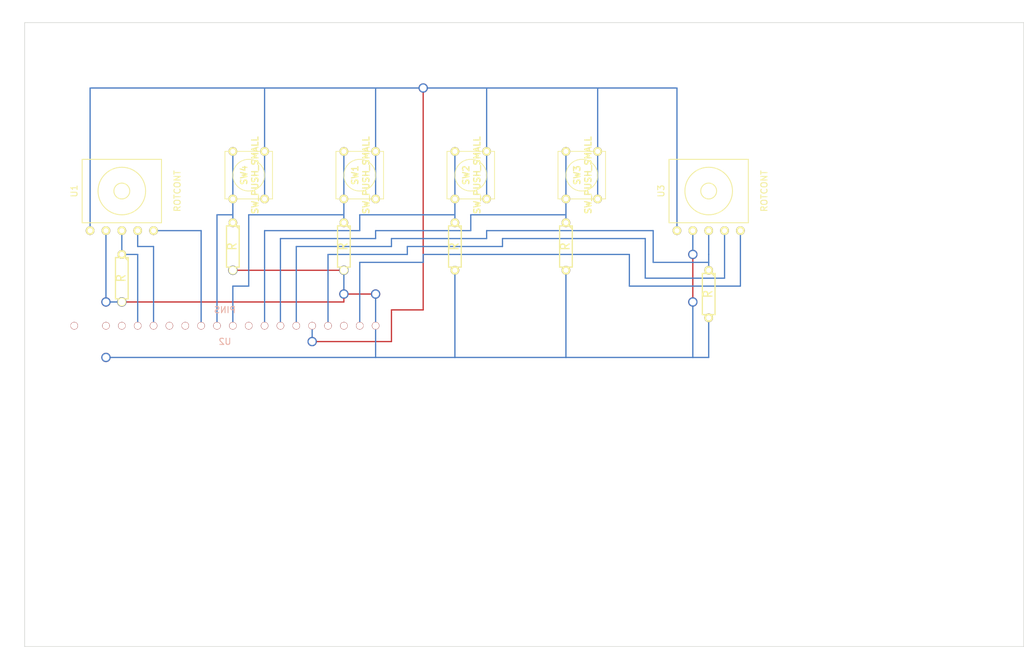
<source format=kicad_pcb>
(kicad_pcb (version 3) (host pcbnew "(22-Jun-2014 BZR 4027)-stable")

  (general
    (links 38)
    (no_connects 0)
    (area 16.201429 16.28 180.050001 120.050001)
    (thickness 1.6)
    (drawings 19)
    (tracks 115)
    (zones 0)
    (modules 13)
    (nets 13)
  )

  (page A3)
  (layers
    (15 F.Cu signal)
    (0 B.Cu signal)
    (16 B.Adhes user)
    (17 F.Adhes user)
    (18 B.Paste user)
    (19 F.Paste user)
    (20 B.SilkS user)
    (21 F.SilkS user)
    (22 B.Mask user)
    (23 F.Mask user)
    (24 Dwgs.User user)
    (25 Cmts.User user)
    (26 Eco1.User user)
    (27 Eco2.User user)
    (28 Edge.Cuts user)
  )

  (setup
    (last_trace_width 0.2)
    (trace_clearance 0.2)
    (zone_clearance 0.508)
    (zone_45_only no)
    (trace_min 0.2)
    (segment_width 0.2)
    (edge_width 0.1)
    (via_size 1.5)
    (via_drill 1.1)
    (via_min_size 0.889)
    (via_min_drill 0.508)
    (uvia_size 0.508)
    (uvia_drill 0.127)
    (uvias_allowed no)
    (uvia_min_size 0.508)
    (uvia_min_drill 0.127)
    (pcb_text_width 0.3)
    (pcb_text_size 1.5 1.5)
    (mod_edge_width 0.15)
    (mod_text_size 1 1)
    (mod_text_width 0.15)
    (pad_size 1.2 1.2)
    (pad_drill 1)
    (pad_to_mask_clearance 0)
    (aux_axis_origin 0 0)
    (visible_elements 7FFFFFFF)
    (pcbplotparams
      (layerselection 3178497)
      (usegerberextensions true)
      (excludeedgelayer true)
      (linewidth 0.150000)
      (plotframeref false)
      (viasonmask false)
      (mode 1)
      (useauxorigin false)
      (hpglpennumber 1)
      (hpglpenspeed 20)
      (hpglpendiameter 15)
      (hpglpenoverlay 2)
      (psnegative false)
      (psa4output false)
      (plotreference true)
      (plotvalue true)
      (plotothertext true)
      (plotinvisibletext false)
      (padsonsilk false)
      (subtractmaskfromsilk false)
      (outputformat 1)
      (mirror false)
      (drillshape 1)
      (scaleselection 1)
      (outputdirectory ""))
  )

  (net 0 "")
  (net 1 +3.3V)
  (net 2 GND)
  (net 3 N-000001)
  (net 4 N-0000010)
  (net 5 N-0000015)
  (net 6 N-000002)
  (net 7 N-000003)
  (net 8 N-000005)
  (net 9 N-000006)
  (net 10 N-000007)
  (net 11 N-000008)
  (net 12 N-000009)

  (net_class Default "Dies ist die voreingestellte Netzklasse."
    (clearance 0.2)
    (trace_width 0.2)
    (via_dia 1.5)
    (via_drill 1.1)
    (uvia_dia 0.508)
    (uvia_drill 0.127)
    (add_net "")
    (add_net +3.3V)
    (add_net GND)
    (add_net N-000001)
    (add_net N-0000010)
    (add_net N-0000015)
    (add_net N-000002)
    (add_net N-000003)
    (add_net N-000005)
    (add_net N-000006)
    (add_net N-000007)
    (add_net N-000008)
    (add_net N-000009)
  )

  (module SW_PUSH_SMALL (layer F.Cu) (tedit 46544DB3) (tstamp 57A60DCE)
    (at 73.66 44.45 90)
    (path /57A60481)
    (fp_text reference SW1 (at 0 -0.762 90) (layer F.SilkS)
      (effects (font (size 1.016 1.016) (thickness 0.2032)))
    )
    (fp_text value SW_PUSH_SMALL (at 0 1.016 90) (layer F.SilkS)
      (effects (font (size 1.016 1.016) (thickness 0.2032)))
    )
    (fp_circle (center 0 0) (end 0 -2.54) (layer F.SilkS) (width 0.127))
    (fp_line (start -3.81 -3.81) (end 3.81 -3.81) (layer F.SilkS) (width 0.127))
    (fp_line (start 3.81 -3.81) (end 3.81 3.81) (layer F.SilkS) (width 0.127))
    (fp_line (start 3.81 3.81) (end -3.81 3.81) (layer F.SilkS) (width 0.127))
    (fp_line (start -3.81 -3.81) (end -3.81 3.81) (layer F.SilkS) (width 0.127))
    (pad 1 thru_hole circle (at 3.81 -2.54 90) (size 1.397 1.397) (drill 0.8128)
      (layers *.Cu *.Mask F.SilkS)
      (net 10 N-000007)
    )
    (pad 2 thru_hole circle (at 3.81 2.54 90) (size 1.397 1.397) (drill 0.8128)
      (layers *.Cu *.Mask F.SilkS)
      (net 2 GND)
    )
    (pad 1 thru_hole circle (at -3.81 -2.54 90) (size 1.397 1.397) (drill 0.8128)
      (layers *.Cu *.Mask F.SilkS)
      (net 10 N-000007)
    )
    (pad 2 thru_hole circle (at -3.81 2.54 90) (size 1.397 1.397) (drill 0.8128)
      (layers *.Cu *.Mask F.SilkS)
      (net 2 GND)
    )
  )

  (module SW_PUSH_SMALL (layer F.Cu) (tedit 46544DB3) (tstamp 57A60DDB)
    (at 91.44 44.45 90)
    (path /57A60490)
    (fp_text reference SW2 (at 0 -0.762 90) (layer F.SilkS)
      (effects (font (size 1.016 1.016) (thickness 0.2032)))
    )
    (fp_text value SW_PUSH_SMALL (at 0 1.016 90) (layer F.SilkS)
      (effects (font (size 1.016 1.016) (thickness 0.2032)))
    )
    (fp_circle (center 0 0) (end 0 -2.54) (layer F.SilkS) (width 0.127))
    (fp_line (start -3.81 -3.81) (end 3.81 -3.81) (layer F.SilkS) (width 0.127))
    (fp_line (start 3.81 -3.81) (end 3.81 3.81) (layer F.SilkS) (width 0.127))
    (fp_line (start 3.81 3.81) (end -3.81 3.81) (layer F.SilkS) (width 0.127))
    (fp_line (start -3.81 -3.81) (end -3.81 3.81) (layer F.SilkS) (width 0.127))
    (pad 1 thru_hole circle (at 3.81 -2.54 90) (size 1.397 1.397) (drill 0.8128)
      (layers *.Cu *.Mask F.SilkS)
      (net 11 N-000008)
    )
    (pad 2 thru_hole circle (at 3.81 2.54 90) (size 1.397 1.397) (drill 0.8128)
      (layers *.Cu *.Mask F.SilkS)
      (net 2 GND)
    )
    (pad 1 thru_hole circle (at -3.81 -2.54 90) (size 1.397 1.397) (drill 0.8128)
      (layers *.Cu *.Mask F.SilkS)
      (net 11 N-000008)
    )
    (pad 2 thru_hole circle (at -3.81 2.54 90) (size 1.397 1.397) (drill 0.8128)
      (layers *.Cu *.Mask F.SilkS)
      (net 2 GND)
    )
  )

  (module SW_PUSH_SMALL (layer F.Cu) (tedit 46544DB3) (tstamp 57A60FEF)
    (at 109.22 44.45 90)
    (path /57A6049F)
    (fp_text reference SW3 (at 0 -0.762 90) (layer F.SilkS)
      (effects (font (size 1.016 1.016) (thickness 0.2032)))
    )
    (fp_text value SW_PUSH_SMALL (at 0 1.016 90) (layer F.SilkS)
      (effects (font (size 1.016 1.016) (thickness 0.2032)))
    )
    (fp_circle (center 0 0) (end 0 -2.54) (layer F.SilkS) (width 0.127))
    (fp_line (start -3.81 -3.81) (end 3.81 -3.81) (layer F.SilkS) (width 0.127))
    (fp_line (start 3.81 -3.81) (end 3.81 3.81) (layer F.SilkS) (width 0.127))
    (fp_line (start 3.81 3.81) (end -3.81 3.81) (layer F.SilkS) (width 0.127))
    (fp_line (start -3.81 -3.81) (end -3.81 3.81) (layer F.SilkS) (width 0.127))
    (pad 1 thru_hole circle (at 3.81 -2.54 90) (size 1.397 1.397) (drill 0.8128)
      (layers *.Cu *.Mask F.SilkS)
      (net 12 N-000009)
    )
    (pad 2 thru_hole circle (at 3.81 2.54 90) (size 1.397 1.397) (drill 0.8128)
      (layers *.Cu *.Mask F.SilkS)
      (net 2 GND)
    )
    (pad 1 thru_hole circle (at -3.81 -2.54 90) (size 1.397 1.397) (drill 0.8128)
      (layers *.Cu *.Mask F.SilkS)
      (net 12 N-000009)
    )
    (pad 2 thru_hole circle (at -3.81 2.54 90) (size 1.397 1.397) (drill 0.8128)
      (layers *.Cu *.Mask F.SilkS)
      (net 2 GND)
    )
  )

  (module SW_PUSH_SMALL (layer F.Cu) (tedit 46544DB3) (tstamp 57A60DF5)
    (at 55.88 44.45 90)
    (path /57A604AE)
    (fp_text reference SW4 (at 0 -0.762 90) (layer F.SilkS)
      (effects (font (size 1.016 1.016) (thickness 0.2032)))
    )
    (fp_text value SW_PUSH_SMALL (at 0 1.016 90) (layer F.SilkS)
      (effects (font (size 1.016 1.016) (thickness 0.2032)))
    )
    (fp_circle (center 0 0) (end 0 -2.54) (layer F.SilkS) (width 0.127))
    (fp_line (start -3.81 -3.81) (end 3.81 -3.81) (layer F.SilkS) (width 0.127))
    (fp_line (start 3.81 -3.81) (end 3.81 3.81) (layer F.SilkS) (width 0.127))
    (fp_line (start 3.81 3.81) (end -3.81 3.81) (layer F.SilkS) (width 0.127))
    (fp_line (start -3.81 -3.81) (end -3.81 3.81) (layer F.SilkS) (width 0.127))
    (pad 1 thru_hole circle (at 3.81 -2.54 90) (size 1.397 1.397) (drill 0.8128)
      (layers *.Cu *.Mask F.SilkS)
      (net 4 N-0000010)
    )
    (pad 2 thru_hole circle (at 3.81 2.54 90) (size 1.397 1.397) (drill 0.8128)
      (layers *.Cu *.Mask F.SilkS)
      (net 2 GND)
    )
    (pad 1 thru_hole circle (at -3.81 -2.54 90) (size 1.397 1.397) (drill 0.8128)
      (layers *.Cu *.Mask F.SilkS)
      (net 4 N-0000010)
    )
    (pad 2 thru_hole circle (at -3.81 2.54 90) (size 1.397 1.397) (drill 0.8128)
      (layers *.Cu *.Mask F.SilkS)
      (net 2 GND)
    )
  )

  (module rotaryController (layer F.Cu) (tedit 57A71D91) (tstamp 57A60E04)
    (at 35.56 46.99)
    (path /57A60600)
    (fp_text reference U1 (at -7.62 0 90) (layer F.SilkS)
      (effects (font (size 1 1) (thickness 0.15)))
    )
    (fp_text value ROTCONT (at 8.89 0 90) (layer F.SilkS)
      (effects (font (size 1 1) (thickness 0.15)))
    )
    (fp_circle (center 0 0) (end 0 -1.27) (layer F.SilkS) (width 0.15))
    (fp_circle (center 0 0) (end 0 -3.81) (layer F.SilkS) (width 0.15))
    (fp_line (start -6.35 5.08) (end 6.35 5.08) (layer F.SilkS) (width 0.15))
    (fp_line (start 6.35 5.08) (end 6.35 -5.08) (layer F.SilkS) (width 0.15))
    (fp_line (start 6.35 -5.08) (end -6.35 -5.08) (layer F.SilkS) (width 0.15))
    (fp_line (start -6.35 -5.08) (end -6.35 5.08) (layer F.SilkS) (width 0.15))
    (pad 1 thru_hole circle (at -5.08 6.35) (size 1.397 1.397) (drill 0.8128)
      (layers *.Cu *.Mask F.SilkS)
      (net 2 GND)
    )
    (pad 2 thru_hole circle (at -2.54 6.35) (size 1.397 1.397) (drill 0.8128)
      (layers *.Cu *.Mask F.SilkS)
      (net 1 +3.3V)
    )
    (pad 3 thru_hole circle (at 0 6.35) (size 1.397 1.397) (drill 0.8128)
      (layers *.Cu *.Mask F.SilkS)
      (net 8 N-000005)
    )
    (pad 4 thru_hole circle (at 2.54 6.35) (size 1.397 1.397) (drill 0.8128)
      (layers *.Cu *.Mask F.SilkS)
      (net 7 N-000003)
    )
    (pad 5 thru_hole circle (at 5.08 6.35) (size 1.397 1.397) (drill 0.8128)
      (layers *.Cu *.Mask F.SilkS)
      (net 9 N-000006)
    )
  )

  (module rotaryController (layer F.Cu) (tedit 57A60CE7) (tstamp 57A60E13)
    (at 129.54 46.99)
    (path /57A60614)
    (fp_text reference U3 (at -7.62 0 90) (layer F.SilkS)
      (effects (font (size 1 1) (thickness 0.15)))
    )
    (fp_text value ROTCONT (at 8.89 0 90) (layer F.SilkS)
      (effects (font (size 1 1) (thickness 0.15)))
    )
    (fp_circle (center 0 0) (end 0 -1.27) (layer F.SilkS) (width 0.15))
    (fp_circle (center 0 0) (end 0 -3.81) (layer F.SilkS) (width 0.15))
    (fp_line (start -6.35 5.08) (end 6.35 5.08) (layer F.SilkS) (width 0.15))
    (fp_line (start 6.35 5.08) (end 6.35 -5.08) (layer F.SilkS) (width 0.15))
    (fp_line (start 6.35 -5.08) (end -6.35 -5.08) (layer F.SilkS) (width 0.15))
    (fp_line (start -6.35 -5.08) (end -6.35 5.08) (layer F.SilkS) (width 0.15))
    (pad 1 thru_hole circle (at -5.08 6.35) (size 1.397 1.397) (drill 0.8128)
      (layers *.Cu *.Mask F.SilkS)
      (net 2 GND)
    )
    (pad 2 thru_hole circle (at -2.54 6.35) (size 1.397 1.397) (drill 0.8128)
      (layers *.Cu *.Mask F.SilkS)
      (net 1 +3.3V)
    )
    (pad 3 thru_hole circle (at 0 6.35) (size 1.397 1.397) (drill 0.8128)
      (layers *.Cu *.Mask F.SilkS)
      (net 5 N-0000015)
    )
    (pad 4 thru_hole circle (at 2.54 6.35) (size 1.397 1.397) (drill 0.8128)
      (layers *.Cu *.Mask F.SilkS)
      (net 3 N-000001)
    )
    (pad 5 thru_hole circle (at 5.08 6.35) (size 1.397 1.397) (drill 0.8128)
      (layers *.Cu *.Mask F.SilkS)
      (net 6 N-000002)
    )
  )

  (module R3 (layer F.Cu) (tedit 57A71D69) (tstamp 57A60E21)
    (at 35.56 60.96 270)
    (descr "Resitance 3 pas")
    (tags R)
    (path /57A6062D)
    (autoplace_cost180 10)
    (fp_text reference R1 (at 0 0.127 270) (layer F.SilkS) hide
      (effects (font (size 1.397 1.27) (thickness 0.2032)))
    )
    (fp_text value R (at 0 0.127 270) (layer F.SilkS)
      (effects (font (size 1.397 1.27) (thickness 0.2032)))
    )
    (fp_line (start -3.81 0) (end -3.302 0) (layer F.SilkS) (width 0.2032))
    (fp_line (start 3.81 0) (end 3.302 0) (layer F.SilkS) (width 0.2032))
    (fp_line (start 3.302 0) (end 3.302 -1.016) (layer F.SilkS) (width 0.2032))
    (fp_line (start 3.302 -1.016) (end -3.302 -1.016) (layer F.SilkS) (width 0.2032))
    (fp_line (start -3.302 -1.016) (end -3.302 1.016) (layer F.SilkS) (width 0.2032))
    (fp_line (start -3.302 1.016) (end 3.302 1.016) (layer F.SilkS) (width 0.2032))
    (fp_line (start 3.302 1.016) (end 3.302 0) (layer F.SilkS) (width 0.2032))
    (fp_line (start -3.302 -0.508) (end -2.794 -1.016) (layer F.SilkS) (width 0.2032))
    (pad 1 thru_hole circle (at -3.81 0 270) (size 1.397 1.397) (drill 0.8128)
      (layers *.Cu *.Mask F.SilkS)
      (net 8 N-000005)
    )
    (pad 2 thru_hole circle (at 3.81 0 270) (size 1.397 1.397) (drill 0.8128)
      (layers *.Cu *.Mask F.SilkS)
      (net 1 +3.3V)
    )
    (model discret/resistor.wrl
      (at (xyz 0 0 0))
      (scale (xyz 0.3 0.3 0.3))
      (rotate (xyz 0 0 0))
    )
  )

  (module R3 (layer F.Cu) (tedit 4E4C0E65) (tstamp 57A60E2F)
    (at 71.12 55.88 270)
    (descr "Resitance 3 pas")
    (tags R)
    (path /57A6063C)
    (autoplace_cost180 10)
    (fp_text reference R2 (at 0 0.127 270) (layer F.SilkS) hide
      (effects (font (size 1.397 1.27) (thickness 0.2032)))
    )
    (fp_text value R (at 0 0.127 270) (layer F.SilkS)
      (effects (font (size 1.397 1.27) (thickness 0.2032)))
    )
    (fp_line (start -3.81 0) (end -3.302 0) (layer F.SilkS) (width 0.2032))
    (fp_line (start 3.81 0) (end 3.302 0) (layer F.SilkS) (width 0.2032))
    (fp_line (start 3.302 0) (end 3.302 -1.016) (layer F.SilkS) (width 0.2032))
    (fp_line (start 3.302 -1.016) (end -3.302 -1.016) (layer F.SilkS) (width 0.2032))
    (fp_line (start -3.302 -1.016) (end -3.302 1.016) (layer F.SilkS) (width 0.2032))
    (fp_line (start -3.302 1.016) (end 3.302 1.016) (layer F.SilkS) (width 0.2032))
    (fp_line (start 3.302 1.016) (end 3.302 0) (layer F.SilkS) (width 0.2032))
    (fp_line (start -3.302 -0.508) (end -2.794 -1.016) (layer F.SilkS) (width 0.2032))
    (pad 1 thru_hole circle (at -3.81 0 270) (size 1.397 1.397) (drill 0.8128)
      (layers *.Cu *.Mask F.SilkS)
      (net 10 N-000007)
    )
    (pad 2 thru_hole circle (at 3.81 0 270) (size 1.397 1.397) (drill 0.8128)
      (layers *.Cu *.Mask F.SilkS)
      (net 1 +3.3V)
    )
    (model discret/resistor.wrl
      (at (xyz 0 0 0))
      (scale (xyz 0.3 0.3 0.3))
      (rotate (xyz 0 0 0))
    )
  )

  (module R3 (layer F.Cu) (tedit 4E4C0E65) (tstamp 57A60E3D)
    (at 88.9 55.88 270)
    (descr "Resitance 3 pas")
    (tags R)
    (path /57A6064B)
    (autoplace_cost180 10)
    (fp_text reference R3 (at 0 0.127 270) (layer F.SilkS) hide
      (effects (font (size 1.397 1.27) (thickness 0.2032)))
    )
    (fp_text value R (at 0 0.127 270) (layer F.SilkS)
      (effects (font (size 1.397 1.27) (thickness 0.2032)))
    )
    (fp_line (start -3.81 0) (end -3.302 0) (layer F.SilkS) (width 0.2032))
    (fp_line (start 3.81 0) (end 3.302 0) (layer F.SilkS) (width 0.2032))
    (fp_line (start 3.302 0) (end 3.302 -1.016) (layer F.SilkS) (width 0.2032))
    (fp_line (start 3.302 -1.016) (end -3.302 -1.016) (layer F.SilkS) (width 0.2032))
    (fp_line (start -3.302 -1.016) (end -3.302 1.016) (layer F.SilkS) (width 0.2032))
    (fp_line (start -3.302 1.016) (end 3.302 1.016) (layer F.SilkS) (width 0.2032))
    (fp_line (start 3.302 1.016) (end 3.302 0) (layer F.SilkS) (width 0.2032))
    (fp_line (start -3.302 -0.508) (end -2.794 -1.016) (layer F.SilkS) (width 0.2032))
    (pad 1 thru_hole circle (at -3.81 0 270) (size 1.397 1.397) (drill 0.8128)
      (layers *.Cu *.Mask F.SilkS)
      (net 11 N-000008)
    )
    (pad 2 thru_hole circle (at 3.81 0 270) (size 1.397 1.397) (drill 0.8128)
      (layers *.Cu *.Mask F.SilkS)
      (net 1 +3.3V)
    )
    (model discret/resistor.wrl
      (at (xyz 0 0 0))
      (scale (xyz 0.3 0.3 0.3))
      (rotate (xyz 0 0 0))
    )
  )

  (module R3 (layer F.Cu) (tedit 4E4C0E65) (tstamp 57A60E4B)
    (at 106.68 55.88 270)
    (descr "Resitance 3 pas")
    (tags R)
    (path /57A6065A)
    (autoplace_cost180 10)
    (fp_text reference R4 (at 0 0.127 270) (layer F.SilkS) hide
      (effects (font (size 1.397 1.27) (thickness 0.2032)))
    )
    (fp_text value R (at 0 0.127 270) (layer F.SilkS)
      (effects (font (size 1.397 1.27) (thickness 0.2032)))
    )
    (fp_line (start -3.81 0) (end -3.302 0) (layer F.SilkS) (width 0.2032))
    (fp_line (start 3.81 0) (end 3.302 0) (layer F.SilkS) (width 0.2032))
    (fp_line (start 3.302 0) (end 3.302 -1.016) (layer F.SilkS) (width 0.2032))
    (fp_line (start 3.302 -1.016) (end -3.302 -1.016) (layer F.SilkS) (width 0.2032))
    (fp_line (start -3.302 -1.016) (end -3.302 1.016) (layer F.SilkS) (width 0.2032))
    (fp_line (start -3.302 1.016) (end 3.302 1.016) (layer F.SilkS) (width 0.2032))
    (fp_line (start 3.302 1.016) (end 3.302 0) (layer F.SilkS) (width 0.2032))
    (fp_line (start -3.302 -0.508) (end -2.794 -1.016) (layer F.SilkS) (width 0.2032))
    (pad 1 thru_hole circle (at -3.81 0 270) (size 1.397 1.397) (drill 0.8128)
      (layers *.Cu *.Mask F.SilkS)
      (net 12 N-000009)
    )
    (pad 2 thru_hole circle (at 3.81 0 270) (size 1.397 1.397) (drill 0.8128)
      (layers *.Cu *.Mask F.SilkS)
      (net 1 +3.3V)
    )
    (model discret/resistor.wrl
      (at (xyz 0 0 0))
      (scale (xyz 0.3 0.3 0.3))
      (rotate (xyz 0 0 0))
    )
  )

  (module R3 (layer F.Cu) (tedit 4E4C0E65) (tstamp 57A776A9)
    (at 53.34 55.88 270)
    (descr "Resitance 3 pas")
    (tags R)
    (path /57A60669)
    (autoplace_cost180 10)
    (fp_text reference R5 (at 0 0.127 270) (layer F.SilkS) hide
      (effects (font (size 1.397 1.27) (thickness 0.2032)))
    )
    (fp_text value R (at 0 0.127 270) (layer F.SilkS)
      (effects (font (size 1.397 1.27) (thickness 0.2032)))
    )
    (fp_line (start -3.81 0) (end -3.302 0) (layer F.SilkS) (width 0.2032))
    (fp_line (start 3.81 0) (end 3.302 0) (layer F.SilkS) (width 0.2032))
    (fp_line (start 3.302 0) (end 3.302 -1.016) (layer F.SilkS) (width 0.2032))
    (fp_line (start 3.302 -1.016) (end -3.302 -1.016) (layer F.SilkS) (width 0.2032))
    (fp_line (start -3.302 -1.016) (end -3.302 1.016) (layer F.SilkS) (width 0.2032))
    (fp_line (start -3.302 1.016) (end 3.302 1.016) (layer F.SilkS) (width 0.2032))
    (fp_line (start 3.302 1.016) (end 3.302 0) (layer F.SilkS) (width 0.2032))
    (fp_line (start -3.302 -0.508) (end -2.794 -1.016) (layer F.SilkS) (width 0.2032))
    (pad 1 thru_hole circle (at -3.81 0 270) (size 1.397 1.397) (drill 0.8128)
      (layers *.Cu *.Mask F.SilkS)
      (net 4 N-0000010)
    )
    (pad 2 thru_hole circle (at 3.81 0 270) (size 1.397 1.397) (drill 0.8128)
      (layers *.Cu *.Mask F.SilkS)
      (net 1 +3.3V)
    )
    (model discret/resistor.wrl
      (at (xyz 0 0 0))
      (scale (xyz 0.3 0.3 0.3))
      (rotate (xyz 0 0 0))
    )
  )

  (module R3 (layer F.Cu) (tedit 57A60F00) (tstamp 57A60E67)
    (at 129.54 63.5 270)
    (descr "Resitance 3 pas")
    (tags R)
    (path /57A60678)
    (autoplace_cost180 10)
    (fp_text reference R6 (at 0 0.127 360) (layer F.SilkS) hide
      (effects (font (size 1.397 1.27) (thickness 0.2032)))
    )
    (fp_text value R (at 0 0.127 270) (layer F.SilkS)
      (effects (font (size 1.397 1.27) (thickness 0.2032)))
    )
    (fp_line (start -3.81 0) (end -3.302 0) (layer F.SilkS) (width 0.2032))
    (fp_line (start 3.81 0) (end 3.302 0) (layer F.SilkS) (width 0.2032))
    (fp_line (start 3.302 0) (end 3.302 -1.016) (layer F.SilkS) (width 0.2032))
    (fp_line (start 3.302 -1.016) (end -3.302 -1.016) (layer F.SilkS) (width 0.2032))
    (fp_line (start -3.302 -1.016) (end -3.302 1.016) (layer F.SilkS) (width 0.2032))
    (fp_line (start -3.302 1.016) (end 3.302 1.016) (layer F.SilkS) (width 0.2032))
    (fp_line (start 3.302 1.016) (end 3.302 0) (layer F.SilkS) (width 0.2032))
    (fp_line (start -3.302 -0.508) (end -2.794 -1.016) (layer F.SilkS) (width 0.2032))
    (pad 1 thru_hole circle (at -3.81 0 270) (size 1.397 1.397) (drill 0.8128)
      (layers *.Cu *.Mask F.SilkS)
      (net 5 N-0000015)
    )
    (pad 2 thru_hole circle (at 3.81 0 270) (size 1.397 1.397) (drill 0.8128)
      (layers *.Cu *.Mask F.SilkS)
      (net 1 +3.3V)
    )
    (model discret/resistor.wrl
      (at (xyz 0 0 0))
      (scale (xyz 0.3 0.3 0.3))
      (rotate (xyz 0 0 0))
    )
  )

  (module pins (layer B.Cu) (tedit 57A77AF8) (tstamp 57A778F5)
    (at 52.07 68.58)
    (path /57A6084F)
    (fp_text reference U2 (at 0 2.54) (layer B.SilkS)
      (effects (font (size 1 1) (thickness 0.15)) (justify mirror))
    )
    (fp_text value PINS (at 0 -2.54) (layer B.SilkS)
      (effects (font (size 1 1) (thickness 0.15)) (justify mirror))
    )
    (pad 1 thru_hole circle (at -24.13 0) (size 1.2 1.2) (drill 1)
      (layers *.Cu *.Mask B.SilkS)
    )
    (pad 3 thru_hole circle (at -19.05 0) (size 1.2 1.2) (drill 1)
      (layers *.Cu *.Mask B.SilkS)
    )
    (pad 4 thru_hole circle (at -16.51 0) (size 1.2 1.2) (drill 1)
      (layers *.Cu *.Mask B.SilkS)
    )
    (pad 5 thru_hole circle (at -13.97 0) (size 1.2 1.2) (drill 1)
      (layers *.Cu *.Mask B.SilkS)
      (net 8 N-000005)
    )
    (pad 6 thru_hole circle (at -11.43 0) (size 1.2 1.2) (drill 1)
      (layers *.Cu *.Mask B.SilkS)
      (net 7 N-000003)
    )
    (pad 7 thru_hole circle (at -8.89 0) (size 1.2 1.2) (drill 1)
      (layers *.Cu *.Mask B.SilkS)
    )
    (pad 8 thru_hole circle (at -6.35 0) (size 1.2 1.2) (drill 1)
      (layers *.Cu *.Mask B.SilkS)
    )
    (pad 9 thru_hole circle (at -3.81 0) (size 1.2 1.2) (drill 1)
      (layers *.Cu *.Mask B.SilkS)
      (net 9 N-000006)
    )
    (pad 10 thru_hole circle (at -1.27 0) (size 1.2 1.2) (drill 1)
      (layers *.Cu *.Mask B.SilkS)
      (net 4 N-0000010)
    )
    (pad 11 thru_hole circle (at 1.27 0) (size 1.2 1.2) (drill 1)
      (layers *.Cu *.Mask B.SilkS)
      (net 10 N-000007)
    )
    (pad 12 thru_hole circle (at 3.81 0) (size 1.2 1.2) (drill 1)
      (layers *.Cu *.Mask B.SilkS)
    )
    (pad 13 thru_hole circle (at 6.35 0) (size 1.2 1.2) (drill 1)
      (layers *.Cu *.Mask B.SilkS)
      (net 11 N-000008)
    )
    (pad 14 thru_hole circle (at 8.89 0) (size 1.2 1.2) (drill 1)
      (layers *.Cu *.Mask B.SilkS)
      (net 12 N-000009)
    )
    (pad 15 thru_hole circle (at 11.43 0) (size 1.2 1.2) (drill 1)
      (layers *.Cu *.Mask B.SilkS)
      (net 5 N-0000015)
    )
    (pad 16 thru_hole circle (at 13.97 0) (size 1.2 1.2) (drill 1)
      (layers *.Cu *.Mask B.SilkS)
      (net 2 GND)
    )
    (pad 17 thru_hole circle (at 16.51 0) (size 1.2 1.2) (drill 1)
      (layers *.Cu *.Mask B.SilkS)
      (net 3 N-000001)
    )
    (pad 18 thru_hole circle (at 19.05 0) (size 1.2 1.2) (drill 1)
      (layers *.Cu *.Mask B.SilkS)
    )
    (pad 19 thru_hole circle (at 21.59 0) (size 1.2 1.2) (drill 1)
      (layers *.Cu *.Mask B.SilkS)
      (net 6 N-000002)
    )
    (pad 20 thru_hole circle (at 24.13 0) (size 1.2 1.2) (drill 1)
      (layers *.Cu *.Mask B.SilkS)
      (net 1 +3.3V)
    )
  )

  (gr_text 20 (at 17.78 71.12) (layer Dwgs.User)
    (effects (font (size 1.5 1.5) (thickness 0.3)))
  )
  (gr_text 15 (at 17.78 58.42) (layer Dwgs.User)
    (effects (font (size 1.5 1.5) (thickness 0.3)))
  )
  (gr_text 10 (at 17.78 45.72) (layer Dwgs.User)
    (effects (font (size 1.5 1.5) (thickness 0.3)))
  )
  (gr_text 5 (at 17.78 33.02) (layer Dwgs.User)
    (effects (font (size 1.5 1.5) (thickness 0.3)))
  )
  (gr_text 1 (at 17.78 22.86) (layer Dwgs.User)
    (effects (font (size 1.5 1.5) (thickness 0.3)))
  )
  (gr_text 30 (at 91.44 17.78) (layer Dwgs.User)
    (effects (font (size 1.5 1.5) (thickness 0.3)))
  )
  (gr_text 35 (at 78.74 17.78) (layer Dwgs.User)
    (effects (font (size 1.5 1.5) (thickness 0.3)))
  )
  (gr_text 40 (at 66.04 17.78) (layer Dwgs.User)
    (effects (font (size 1.5 1.5) (thickness 0.3)))
  )
  (gr_text 45 (at 53.34 17.78) (layer Dwgs.User)
    (effects (font (size 1.5 1.5) (thickness 0.3)))
  )
  (gr_text 50 (at 40.64 17.78) (layer Dwgs.User)
    (effects (font (size 1.5 1.5) (thickness 0.3)))
  )
  (gr_text 55 (at 27.94 17.78) (layer Dwgs.User)
    (effects (font (size 1.5 1.5) (thickness 0.3)))
  )
  (gr_circle (center 82.55 69.85) (end 83.82 69.85) (layer Dwgs.User) (width 0.2))
  (gr_circle (center 82.55 24.13) (end 83.82 24.13) (layer Dwgs.User) (width 0.2))
  (gr_circle (center 24.13 69.85) (end 25.4 69.85) (layer Dwgs.User) (width 0.2))
  (gr_circle (center 24.13 24.13) (end 25.4 24.13) (layer Dwgs.User) (width 0.2))
  (gr_line (start 20 120) (end 20 20) (angle 90) (layer Edge.Cuts) (width 0.1))
  (gr_line (start 180 120) (end 20 120) (angle 90) (layer Edge.Cuts) (width 0.1))
  (gr_line (start 180 20) (end 180 120) (angle 90) (layer Edge.Cuts) (width 0.1))
  (gr_line (start 20 20) (end 180 20) (angle 90) (layer Edge.Cuts) (width 0.1))

  (via (at 35.56 64.77) (size 1.5) (layers F.Cu B.Cu) (net 1) (status C00000))
  (segment (start 35.56 64.77) (end 71.12 64.77) (width 0.2) (layer F.Cu) (net 1) (tstamp 57A77E07) (status 400000))
  (segment (start 71.12 64.77) (end 71.12 63.5) (width 0.2) (layer F.Cu) (net 1) (tstamp 57A77E08))
  (via (at 53.34 59.69) (size 1.5) (layers F.Cu B.Cu) (net 1) (status C00000))
  (segment (start 53.34 59.69) (end 71.12 59.69) (width 0.2) (layer F.Cu) (net 1) (tstamp 57A77DEB) (status C00000))
  (via (at 71.12 59.69) (size 1.5) (layers F.Cu B.Cu) (net 1) (status C00000))
  (segment (start 71.12 59.69) (end 71.12 63.5) (width 0.2) (layer B.Cu) (net 1) (status 400000))
  (via (at 71.12 63.5) (size 1.5) (layers F.Cu B.Cu) (net 1))
  (segment (start 71.12 63.5) (end 76.2 63.5) (width 0.2) (layer F.Cu) (net 1) (tstamp 57A77DD4))
  (segment (start 76.2 63.5) (end 76.2 68.58) (width 0.2) (layer B.Cu) (net 1) (tstamp 57A77DD8) (status 800000))
  (via (at 76.2 63.5) (size 1.5) (layers F.Cu B.Cu) (net 1))
  (segment (start 88.9 59.69) (end 88.9 73.66) (width 0.2) (layer B.Cu) (net 1) (status 400000))
  (segment (start 106.68 59.69) (end 106.68 73.66) (width 0.2) (layer B.Cu) (net 1) (status 400000))
  (segment (start 129.54 67.31) (end 129.54 73.66) (width 0.2) (layer B.Cu) (net 1) (status 400000))
  (segment (start 129.54 73.66) (end 127 73.66) (width 0.2) (layer B.Cu) (net 1) (tstamp 57A77566))
  (segment (start 127 53.34) (end 127 57.15) (width 0.2) (layer B.Cu) (net 1))
  (segment (start 127 64.77) (end 127 73.66) (width 0.2) (layer B.Cu) (net 1) (tstamp 57A77BC9))
  (via (at 127 64.77) (size 1.5) (layers F.Cu B.Cu) (net 1))
  (segment (start 127 57.15) (end 127 64.77) (width 0.2) (layer F.Cu) (net 1) (tstamp 57A77BC4))
  (via (at 127 57.15) (size 1.5) (layers F.Cu B.Cu) (net 1))
  (segment (start 76.2 73.66) (end 33.02 73.66) (width 0.2) (layer B.Cu) (net 1))
  (via (at 33.02 73.66) (size 1.5) (layers F.Cu B.Cu) (net 1))
  (via (at 33.02 64.77) (size 1.5) (layers F.Cu B.Cu) (net 1))
  (segment (start 33.02 53.34) (end 33.02 64.77) (width 0.2) (layer B.Cu) (net 1))
  (segment (start 33.02 64.77) (end 35.56 64.77) (width 0.2) (layer B.Cu) (net 1) (tstamp 57A7778A))
  (segment (start 76.2 68.58) (end 76.2 73.66) (width 0.2) (layer B.Cu) (net 1))
  (segment (start 76.2 73.66) (end 88.9 73.66) (width 0.2) (layer B.Cu) (net 1) (tstamp 57A7755E))
  (segment (start 88.9 73.66) (end 106.68 73.66) (width 0.2) (layer B.Cu) (net 1) (tstamp 57A77DA5))
  (segment (start 106.68 73.66) (end 127 73.66) (width 0.2) (layer B.Cu) (net 1) (tstamp 57A77D98))
  (segment (start 66.04 68.58) (end 66.04 71.12) (width 0.2) (layer B.Cu) (net 2) (status 400000))
  (via (at 83.82 30.48) (size 1.5) (layers F.Cu B.Cu) (net 2))
  (segment (start 83.82 66.04) (end 83.82 30.48) (width 0.2) (layer F.Cu) (net 2) (tstamp 57A77EB3))
  (segment (start 78.74 66.04) (end 83.82 66.04) (width 0.2) (layer F.Cu) (net 2) (tstamp 57A77EAE))
  (segment (start 78.74 71.12) (end 78.74 66.04) (width 0.2) (layer F.Cu) (net 2) (tstamp 57A77EA3))
  (segment (start 66.04 71.12) (end 78.74 71.12) (width 0.2) (layer F.Cu) (net 2) (tstamp 57A77EA2))
  (via (at 66.04 71.12) (size 1.5) (layers F.Cu B.Cu) (net 2))
  (segment (start 58.42 48.26) (end 58.42 40.64) (width 0.2) (layer B.Cu) (net 2) (status C00000))
  (segment (start 76.2 48.26) (end 76.2 40.64) (width 0.2) (layer B.Cu) (net 2) (status C00000))
  (segment (start 93.98 48.26) (end 93.98 40.64) (width 0.2) (layer B.Cu) (net 2) (status C00000))
  (segment (start 111.76 48.26) (end 111.76 40.64) (width 0.2) (layer B.Cu) (net 2) (status C00000))
  (segment (start 58.42 30.48) (end 30.48 30.48) (width 0.2) (layer B.Cu) (net 2))
  (segment (start 30.48 30.48) (end 30.48 53.34) (width 0.2) (layer B.Cu) (net 2) (tstamp 57A7748E))
  (segment (start 111.76 30.48) (end 124.46 30.48) (width 0.2) (layer B.Cu) (net 2))
  (segment (start 124.46 30.48) (end 124.46 53.34) (width 0.2) (layer B.Cu) (net 2) (tstamp 57A77483))
  (segment (start 93.98 30.48) (end 111.76 30.48) (width 0.2) (layer B.Cu) (net 2))
  (segment (start 111.76 30.48) (end 111.76 40.64) (width 0.2) (layer B.Cu) (net 2) (tstamp 57A76226))
  (segment (start 76.2 30.48) (end 83.82 30.48) (width 0.2) (layer B.Cu) (net 2))
  (segment (start 83.82 30.48) (end 93.98 30.48) (width 0.2) (layer B.Cu) (net 2) (tstamp 57A77EBD))
  (segment (start 93.98 30.48) (end 93.98 40.64) (width 0.2) (layer B.Cu) (net 2) (tstamp 57A76221))
  (segment (start 58.42 40.64) (end 58.42 30.48) (width 0.2) (layer B.Cu) (net 2))
  (segment (start 76.2 30.48) (end 76.2 40.64) (width 0.2) (layer B.Cu) (net 2) (tstamp 57A76216))
  (segment (start 58.42 30.48) (end 76.2 30.48) (width 0.2) (layer B.Cu) (net 2) (tstamp 57A76214))
  (segment (start 132.08 53.34) (end 132.08 60.96) (width 0.2) (layer B.Cu) (net 3) (status 400000))
  (segment (start 68.58 57.15) (end 68.58 68.58) (width 0.2) (layer B.Cu) (net 3) (tstamp 57A77D27) (status 800000))
  (segment (start 81.28 57.15) (end 68.58 57.15) (width 0.2) (layer B.Cu) (net 3) (tstamp 57A77D26))
  (segment (start 81.28 55.88) (end 81.28 57.15) (width 0.2) (layer B.Cu) (net 3) (tstamp 57A77D21))
  (segment (start 96.52 55.88) (end 81.28 55.88) (width 0.2) (layer B.Cu) (net 3) (tstamp 57A77D20))
  (segment (start 96.52 54.61) (end 96.52 55.88) (width 0.2) (layer B.Cu) (net 3) (tstamp 57A77D1D))
  (segment (start 119.38 54.61) (end 96.52 54.61) (width 0.2) (layer B.Cu) (net 3) (tstamp 57A77D1B))
  (segment (start 119.38 60.96) (end 119.38 54.61) (width 0.2) (layer B.Cu) (net 3) (tstamp 57A77D18))
  (segment (start 132.08 60.96) (end 119.38 60.96) (width 0.2) (layer B.Cu) (net 3) (tstamp 57A77D15))
  (segment (start 53.34 40.64) (end 53.34 48.26) (width 0.2) (layer B.Cu) (net 4) (status C00000))
  (segment (start 53.34 50.8) (end 50.8 50.8) (width 0.2) (layer B.Cu) (net 4))
  (segment (start 50.8 50.8) (end 50.8 68.58) (width 0.2) (layer B.Cu) (net 4) (tstamp 57A7794E))
  (segment (start 53.34 48.26) (end 53.34 50.8) (width 0.2) (layer B.Cu) (net 4))
  (segment (start 53.34 50.8) (end 53.34 52.07) (width 0.2) (layer B.Cu) (net 4) (tstamp 57A7794C))
  (segment (start 129.54 58.42) (end 120.65 58.42) (width 0.2) (layer B.Cu) (net 5))
  (segment (start 63.5 55.88) (end 63.5 68.58) (width 0.2) (layer B.Cu) (net 5) (tstamp 57A77D0C) (status 800000))
  (segment (start 78.74 55.88) (end 63.5 55.88) (width 0.2) (layer B.Cu) (net 5) (tstamp 57A77D0B))
  (segment (start 78.74 54.61) (end 78.74 55.88) (width 0.2) (layer B.Cu) (net 5) (tstamp 57A77D08))
  (segment (start 93.98 54.61) (end 78.74 54.61) (width 0.2) (layer B.Cu) (net 5) (tstamp 57A77D07))
  (segment (start 93.98 53.34) (end 93.98 54.61) (width 0.2) (layer B.Cu) (net 5) (tstamp 57A77D03))
  (segment (start 120.65 53.34) (end 93.98 53.34) (width 0.2) (layer B.Cu) (net 5) (tstamp 57A77CFE))
  (segment (start 120.65 58.42) (end 120.65 53.34) (width 0.2) (layer B.Cu) (net 5) (tstamp 57A77CFA))
  (segment (start 129.54 59.69) (end 129.54 58.42) (width 0.2) (layer B.Cu) (net 5) (status 400000))
  (segment (start 129.54 58.42) (end 129.54 57.15) (width 0.2) (layer B.Cu) (net 5) (tstamp 57A77CF8))
  (segment (start 129.54 57.15) (end 129.54 53.34) (width 0.2) (layer B.Cu) (net 5))
  (segment (start 134.62 53.34) (end 134.62 62.23) (width 0.2) (layer B.Cu) (net 6) (status 400000))
  (segment (start 73.66 58.42) (end 73.66 68.58) (width 0.2) (layer B.Cu) (net 6) (tstamp 57A77D4D) (status 800000))
  (segment (start 83.82 58.42) (end 73.66 58.42) (width 0.2) (layer B.Cu) (net 6) (tstamp 57A77D47))
  (segment (start 83.82 57.15) (end 83.82 58.42) (width 0.2) (layer B.Cu) (net 6) (tstamp 57A77D40))
  (segment (start 116.84 57.15) (end 83.82 57.15) (width 0.2) (layer B.Cu) (net 6) (tstamp 57A77D3E))
  (segment (start 116.84 62.23) (end 116.84 57.15) (width 0.2) (layer B.Cu) (net 6) (tstamp 57A77D39))
  (segment (start 134.62 62.23) (end 116.84 62.23) (width 0.2) (layer B.Cu) (net 6) (tstamp 57A77D36))
  (segment (start 38.1 53.34) (end 38.1 55.88) (width 0.2) (layer B.Cu) (net 7))
  (segment (start 40.64 55.88) (end 40.64 68.58) (width 0.2) (layer B.Cu) (net 7) (tstamp 57A77858))
  (segment (start 38.1 55.88) (end 40.64 55.88) (width 0.2) (layer B.Cu) (net 7) (tstamp 57A77857))
  (segment (start 35.56 53.34) (end 35.56 57.15) (width 0.2) (layer B.Cu) (net 8))
  (segment (start 35.56 57.15) (end 38.1 57.15) (width 0.2) (layer B.Cu) (net 8) (tstamp 57A77509))
  (segment (start 38.1 57.15) (end 38.1 68.58) (width 0.2) (layer B.Cu) (net 8) (tstamp 57A7750C))
  (segment (start 40.64 53.34) (end 48.26 53.34) (width 0.2) (layer B.Cu) (net 9))
  (segment (start 48.26 53.34) (end 48.26 68.58) (width 0.2) (layer B.Cu) (net 9) (tstamp 57A77868))
  (segment (start 71.12 40.64) (end 71.12 48.26) (width 0.2) (layer B.Cu) (net 10) (status C00000))
  (segment (start 71.12 50.8) (end 55.88 50.8) (width 0.2) (layer B.Cu) (net 10))
  (segment (start 53.34 62.23) (end 53.34 68.58) (width 0.2) (layer B.Cu) (net 10) (tstamp 57A77B1B))
  (segment (start 55.88 62.23) (end 53.34 62.23) (width 0.2) (layer B.Cu) (net 10) (tstamp 57A77B18))
  (segment (start 55.88 50.8) (end 55.88 62.23) (width 0.2) (layer B.Cu) (net 10) (tstamp 57A77B14))
  (segment (start 71.12 48.26) (end 71.12 50.8) (width 0.2) (layer B.Cu) (net 10))
  (segment (start 71.12 50.8) (end 71.12 52.07) (width 0.2) (layer B.Cu) (net 10) (tstamp 57A77B12))
  (segment (start 88.9 40.64) (end 88.9 48.26) (width 0.2) (layer B.Cu) (net 11) (status C00000))
  (segment (start 88.9 50.8) (end 73.66 50.8) (width 0.2) (layer B.Cu) (net 11))
  (segment (start 58.42 53.34) (end 58.42 68.58) (width 0.2) (layer B.Cu) (net 11) (tstamp 57A77CD6) (status 800000))
  (segment (start 73.66 53.34) (end 58.42 53.34) (width 0.2) (layer B.Cu) (net 11) (tstamp 57A77CC6))
  (segment (start 73.66 50.8) (end 73.66 53.34) (width 0.2) (layer B.Cu) (net 11) (tstamp 57A77CC3))
  (segment (start 88.9 48.26) (end 88.9 50.8) (width 0.2) (layer B.Cu) (net 11))
  (segment (start 88.9 50.8) (end 88.9 52.07) (width 0.2) (layer B.Cu) (net 11) (tstamp 57A77B33))
  (segment (start 106.68 40.64) (end 106.68 48.26) (width 0.2) (layer B.Cu) (net 12) (status C00000))
  (segment (start 106.68 50.8) (end 91.44 50.8) (width 0.2) (layer B.Cu) (net 12))
  (segment (start 60.96 54.61) (end 60.96 68.58) (width 0.2) (layer B.Cu) (net 12) (tstamp 57A77CEE) (status 800000))
  (segment (start 76.2 54.61) (end 60.96 54.61) (width 0.2) (layer B.Cu) (net 12) (tstamp 57A77CED))
  (segment (start 76.2 53.34) (end 76.2 54.61) (width 0.2) (layer B.Cu) (net 12) (tstamp 57A77CEA))
  (segment (start 91.44 53.34) (end 76.2 53.34) (width 0.2) (layer B.Cu) (net 12) (tstamp 57A77CE2))
  (segment (start 91.44 50.8) (end 91.44 53.34) (width 0.2) (layer B.Cu) (net 12) (tstamp 57A77CE1))
  (segment (start 106.68 48.26) (end 106.68 50.8) (width 0.2) (layer B.Cu) (net 12))
  (segment (start 106.68 50.8) (end 106.68 52.07) (width 0.2) (layer B.Cu) (net 12) (tstamp 57A77B4A))

)

</source>
